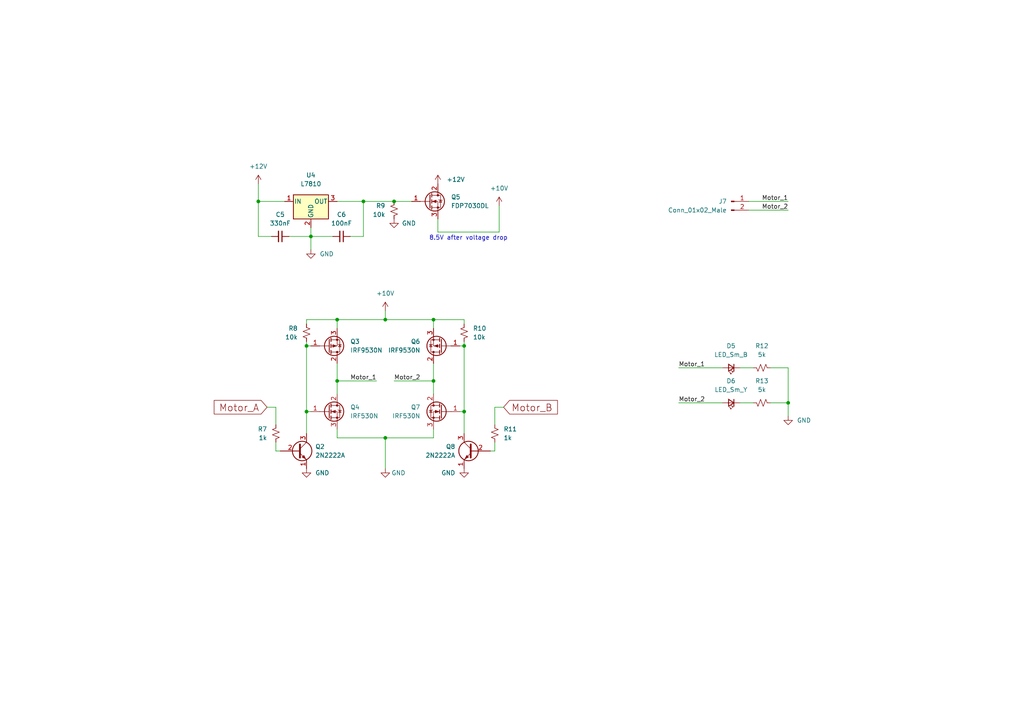
<source format=kicad_sch>
(kicad_sch (version 20211123) (generator eeschema)
  (paper "A4")
  (lib_symbols
    (symbol "Connector:Conn_01x02_Male" (pin_names (offset 1.016) hide)
      (property "Reference" "J" (at 0 2.54 0))
      (property "Value" "Conn_01x02_Male" (at 0 -5.08 0))
      (symbol "Conn_01x02_Male_1_1"
        (polyline (pts (xy 1.27 -2.54) (xy 0.8636 -2.54)) (stroke (width 0.1524)))
        (polyline (pts (xy 1.27 0) (xy 0.8636 0)) (stroke (width 0.1524)))
        (rectangle (start 0.8636 -2.413) (end 0 -2.667) (stroke (width 0.1524)) (fill (type outline)))
        (rectangle (start 0.8636 0.127) (end 0 -0.127) (stroke (width 0.1524)) (fill (type outline)))
        (pin passive line (at 5.08 0 180) (length 3.81) (name "Pin_1") (number "1"))
        (pin passive line (at 5.08 -2.54 180) (length 3.81) (name "Pin_2") (number "2"))
      )
    )
    (symbol "Device:C_Small" (pin_numbers hide) (pin_names (offset 0.254) hide)
      (property "Reference" "C" (at 0.254 1.778 0))
      (property "Value" "C_Small" (at 0.254 -2.032 0))
      (symbol "C_Small_0_1"
        (polyline (pts (xy -1.524 -0.508) (xy 1.524 -0.508)) (stroke (width 0.3302)))
        (polyline (pts (xy -1.524 0.508) (xy 1.524 0.508)) (stroke (width 0.3048)))
      )
      (symbol "C_Small_1_1"
        (pin passive line (at 0 2.54 270) (length 2.032) (name "~") (number "1"))
        (pin passive line (at 0 -2.54 90) (length 2.032) (name "~") (number "2"))
      )
    )
    (symbol "Device:LED_Small" (pin_numbers hide) (pin_names (offset 0.254) hide)
      (property "Reference" "D" (at -1.27 3.175 0))
      (property "Value" "LED_Small" (at -4.445 -2.54 0))
      (symbol "LED_Small_0_1"
        (polyline (pts (xy -0.762 -1.016) (xy -0.762 1.016)) (stroke (width 0.254)))
        (polyline (pts (xy 1.016 0) (xy -0.762 0)))
        (polyline (pts (xy 0.762 -1.016) (xy -0.762 0) (xy 0.762 1.016) (xy 0.762 -1.016)) (stroke (width 0.254)))
        (polyline (pts (xy 0 0.762) (xy -0.508 1.27) (xy -0.254 1.27) (xy -0.508 1.27) (xy -0.508 1.016)))
        (polyline (pts (xy 0.508 1.27) (xy 0 1.778) (xy 0.254 1.778) (xy 0 1.778) (xy 0 1.524)))
      )
      (symbol "LED_Small_1_1"
        (pin passive line (at -2.54 0 0) (length 1.778) (name "K") (number "1"))
        (pin passive line (at 2.54 0 180) (length 1.778) (name "A") (number "2"))
      )
    )
    (symbol "Device:R_Small_US" (pin_numbers hide) (pin_names (offset 0.254) hide)
      (property "Reference" "R" (at 0.762 0.508 0))
      (property "Value" "R_Small_US" (at 0.762 -1.016 0))
      (symbol "R_Small_US_1_1"
        (polyline (pts (xy 0 0) (xy 1.016 -0.381) (xy 0 -0.762) (xy -1.016 -1.143) (xy 0 -1.524)))
        (polyline (pts (xy 0 1.524) (xy 1.016 1.143) (xy 0 0.762) (xy -1.016 0.381) (xy 0 0)))
        (pin passive line (at 0 2.54 270) (length 1.016) (name "~") (number "1"))
        (pin passive line (at 0 -2.54 90) (length 1.016) (name "~") (number "2"))
      )
    )
    (symbol "Nick:2N2222A" (pin_names (offset 0) hide)
      (property "Reference" "Q" (at 5.08 1.905 0))
      (property "Value" "2N2222A" (at 5.08 0 0))
      (symbol "2N2222A_0_1"
        (polyline (pts (xy 0.635 0.635) (xy 2.54 2.54)))
        (polyline (pts (xy 0.635 -0.635) (xy 2.54 -2.54) (xy 2.54 -2.54)))
        (polyline (pts (xy 0.635 1.905) (xy 0.635 -1.905) (xy 0.635 -1.905)) (stroke (width 0.508)))
        (polyline (pts (xy 1.27 -1.778) (xy 1.778 -1.27) (xy 2.286 -2.286) (xy 1.27 -1.778) (xy 1.27 -1.778)) (fill (type outline)))
        (circle (center 1.27 0) (radius 2.8194) (stroke (width 0.254)))
      )
      (symbol "2N2222A_1_1"
        (pin passive line (at 2.54 -5.08 90) (length 2.54) (name "E") (number "1"))
        (pin passive line (at -5.08 0 0) (length 5.715) (name "B") (number "2"))
        (pin passive line (at 2.54 5.08 270) (length 2.54) (name "C") (number "3"))
      )
    )
    (symbol "Regulator_Linear:L7809" (pin_names (offset 0.254))
      (property "Reference" "U" (at -3.81 3.175 0))
      (property "Value" "L7809" (at 0 3.175 0))
      (symbol "L7809_0_1"
        (rectangle (start -5.08 1.905) (end 5.08 -5.08) (stroke (width 0.254)) (fill (type background)))
      )
      (symbol "L7809_1_1"
        (pin power_in line (at -7.62 0 0) (length 2.54) (name "IN") (number "1"))
        (pin power_in line (at 0 -7.62 90) (length 2.54) (name "GND") (number "2"))
        (pin power_out line (at 7.62 0 180) (length 2.54) (name "OUT") (number "3"))
      )
    )
    (symbol "Transistor_FET:IRF540N" (pin_names hide)
      (property "Reference" "Q" (at 6.35 1.905 0))
      (property "Value" "IRF540N" (at 6.35 0 0))
      (symbol "IRF540N_0_1"
        (polyline (pts (xy 0.254 0) (xy -2.54 0)))
        (polyline (pts (xy 0.254 1.905) (xy 0.254 -1.905)) (stroke (width 0.254)))
        (polyline (pts (xy 0.762 -1.27) (xy 0.762 -2.286)) (stroke (width 0.254)))
        (polyline (pts (xy 0.762 0.508) (xy 0.762 -0.508)) (stroke (width 0.254)))
        (polyline (pts (xy 0.762 2.286) (xy 0.762 1.27)) (stroke (width 0.254)))
        (polyline (pts (xy 2.54 2.54) (xy 2.54 1.778)))
        (polyline (pts (xy 2.54 -2.54) (xy 2.54 0) (xy 0.762 0)))
        (polyline (pts (xy 0.762 -1.778) (xy 3.302 -1.778) (xy 3.302 1.778) (xy 0.762 1.778)))
        (polyline (pts (xy 1.016 0) (xy 2.032 0.381) (xy 2.032 -0.381) (xy 1.016 0)) (fill (type outline)))
        (polyline (pts (xy 2.794 0.508) (xy 2.921 0.381) (xy 3.683 0.381) (xy 3.81 0.254)))
        (polyline (pts (xy 3.302 0.381) (xy 2.921 -0.254) (xy 3.683 -0.254) (xy 3.302 0.381)))
        (circle (center 1.651 0) (radius 2.794) (stroke (width 0.254)))
        (circle (center 2.54 -1.778) (radius 0.254) (fill (type outline)))
        (circle (center 2.54 1.778) (radius 0.254) (fill (type outline)))
      )
      (symbol "IRF540N_1_1"
        (pin input line (at -5.08 0 0) (length 2.54) (name "G") (number "1"))
        (pin passive line (at 2.54 5.08 270) (length 2.54) (name "D") (number "2"))
        (pin passive line (at 2.54 -5.08 90) (length 2.54) (name "S") (number "3"))
      )
    )
    (symbol "Transistor_FET:IRF9540N" (pin_names hide)
      (property "Reference" "Q" (at 5.08 1.905 0))
      (property "Value" "IRF9540N" (at 5.08 0 0))
      (symbol "IRF9540N_0_1"
        (polyline (pts (xy 0.254 0) (xy -2.54 0)))
        (polyline (pts (xy 0.254 1.905) (xy 0.254 -1.905)) (stroke (width 0.254)))
        (polyline (pts (xy 0.762 -1.27) (xy 0.762 -2.286)) (stroke (width 0.254)))
        (polyline (pts (xy 0.762 0.508) (xy 0.762 -0.508)) (stroke (width 0.254)))
        (polyline (pts (xy 0.762 2.286) (xy 0.762 1.27)) (stroke (width 0.254)))
        (polyline (pts (xy 2.54 2.54) (xy 2.54 1.778)))
        (polyline (pts (xy 2.54 -2.54) (xy 2.54 0) (xy 0.762 0)))
        (polyline (pts (xy 0.762 1.778) (xy 3.302 1.778) (xy 3.302 -1.778) (xy 0.762 -1.778)))
        (polyline (pts (xy 2.286 0) (xy 1.27 0.381) (xy 1.27 -0.381) (xy 2.286 0)) (fill (type outline)))
        (polyline (pts (xy 2.794 -0.508) (xy 2.921 -0.381) (xy 3.683 -0.381) (xy 3.81 -0.254)))
        (polyline (pts (xy 3.302 -0.381) (xy 2.921 0.254) (xy 3.683 0.254) (xy 3.302 -0.381)))
        (circle (center 1.651 0) (radius 2.794) (stroke (width 0.254)))
        (circle (center 2.54 -1.778) (radius 0.254) (fill (type outline)))
        (circle (center 2.54 1.778) (radius 0.254) (fill (type outline)))
      )
      (symbol "IRF9540N_1_1"
        (pin input line (at -5.08 0 0) (length 2.54) (name "G") (number "1"))
        (pin passive line (at 2.54 5.08 270) (length 2.54) (name "D") (number "2"))
        (pin passive line (at 2.54 -5.08 90) (length 2.54) (name "S") (number "3"))
      )
    )
    (symbol "power:+10V" (power) (pin_names (offset 0))
      (property "Value" "+10V" (at 0 3.556 0))
      (symbol "+10V_0_1"
        (polyline (pts (xy -0.762 1.27) (xy 0 2.54)))
        (polyline (pts (xy 0 0) (xy 0 2.54)))
        (polyline (pts (xy 0 2.54) (xy 0.762 1.27)))
      )
      (symbol "+10V_1_1"
        (pin power_in line (at 0 0 90) (length 0) hide (name "+10V") (number "1"))
      )
    )
    (symbol "power:+12V" (power) (pin_names (offset 0))
      (property "Value" "+12V" (at 0 3.556 0))
      (symbol "+12V_0_1"
        (polyline (pts (xy -0.762 1.27) (xy 0 2.54)))
        (polyline (pts (xy 0 0) (xy 0 2.54)))
        (polyline (pts (xy 0 2.54) (xy 0.762 1.27)))
      )
      (symbol "+12V_1_1"
        (pin power_in line (at 0 0 90) (length 0) hide (name "+12V") (number "1"))
      )
    )
    (symbol "power:GND" (power) (pin_names (offset 0))
      (property "Value" "GND" (at 0 -3.81 0))
      (symbol "GND_0_1"
        (polyline (pts (xy 0 0) (xy 0 -1.27) (xy 1.27 -1.27) (xy 0 -2.54) (xy -1.27 -1.27) (xy 0 -1.27)))
      )
      (symbol "GND_1_1"
        (pin power_in line (at 0 0 270) (length 0) hide (name "GND") (number "1"))
      )
    )
  )
  (junction (at 88.9 119.38))
  (junction (at 97.79 110.49))
  (junction (at 74.93 58.42))
  (junction (at 105.41 58.42))
  (junction (at 134.62 100.33))
  (junction (at 228.6 116.84))
  (junction (at 111.76 127))
  (junction (at 134.62 119.38))
  (junction (at 114.3 58.42))
  (junction (at 88.9 100.33))
  (junction (at 111.76 92.71))
  (junction (at 125.73 92.71))
  (junction (at 97.79 92.71))
  (junction (at 90.17 68.58))
  (junction (at 125.73 110.49))
  (wire (pts (xy 74.93 53.34) (xy 74.93 58.42)))
  (wire (pts (xy 97.79 110.49) (xy 109.22 110.49)))
  (wire (pts (xy 90.17 68.58) (xy 96.52 68.58)))
  (wire (pts (xy 228.6 106.68) (xy 228.6 116.84)))
  (wire (pts (xy 83.82 68.58) (xy 90.17 68.58)))
  (wire (pts (xy 74.93 68.58) (xy 74.93 58.42)))
  (wire (pts (xy 125.73 124.46) (xy 125.73 127)))
  (wire (pts (xy 90.17 66.04) (xy 90.17 68.58)))
  (wire (pts (xy 97.79 127) (xy 111.76 127)))
  (wire (pts (xy 114.3 58.42) (xy 119.38 58.42)))
  (wire (pts (xy 144.78 67.31) (xy 144.78 59.69)))
  (wire (pts (xy 214.63 106.68) (xy 218.44 106.68)))
  (wire (pts (xy 80.01 118.11) (xy 77.47 118.11)))
  (wire (pts (xy 80.01 128.27) (xy 80.01 130.81)))
  (wire (pts (xy 134.62 92.71) (xy 134.62 93.98)))
  (wire (pts (xy 88.9 100.33) (xy 88.9 119.38)))
  (wire (pts (xy 105.41 68.58) (xy 105.41 58.42)))
  (wire (pts (xy 134.62 100.33) (xy 133.35 100.33)))
  (wire (pts (xy 111.76 127) (xy 111.76 135.89)))
  (wire (pts (xy 217.17 60.96) (xy 228.6 60.96)))
  (wire (pts (xy 78.74 68.58) (xy 74.93 68.58)))
  (wire (pts (xy 105.41 58.42) (xy 114.3 58.42)))
  (wire (pts (xy 143.51 118.11) (xy 146.05 118.11)))
  (wire (pts (xy 125.73 110.49) (xy 114.3 110.49)))
  (wire (pts (xy 143.51 123.19) (xy 143.51 118.11)))
  (wire (pts (xy 143.51 128.27) (xy 143.51 130.81)))
  (wire (pts (xy 97.79 105.41) (xy 97.79 110.49)))
  (wire (pts (xy 88.9 92.71) (xy 88.9 93.98)))
  (wire (pts (xy 196.85 106.68) (xy 209.55 106.68)))
  (wire (pts (xy 214.63 116.84) (xy 218.44 116.84)))
  (wire (pts (xy 97.79 95.25) (xy 97.79 92.71)))
  (wire (pts (xy 80.01 123.19) (xy 80.01 118.11)))
  (wire (pts (xy 125.73 110.49) (xy 125.73 114.3)))
  (wire (pts (xy 97.79 127) (xy 97.79 124.46)))
  (wire (pts (xy 134.62 119.38) (xy 134.62 125.73)))
  (wire (pts (xy 80.01 130.81) (xy 81.28 130.81)))
  (wire (pts (xy 143.51 130.81) (xy 142.24 130.81)))
  (wire (pts (xy 134.62 92.71) (xy 125.73 92.71)))
  (wire (pts (xy 125.73 105.41) (xy 125.73 110.49)))
  (wire (pts (xy 88.9 100.33) (xy 90.17 100.33)))
  (wire (pts (xy 134.62 100.33) (xy 134.62 119.38)))
  (wire (pts (xy 97.79 110.49) (xy 97.79 114.3)))
  (wire (pts (xy 127 67.31) (xy 144.78 67.31)))
  (wire (pts (xy 88.9 92.71) (xy 97.79 92.71)))
  (wire (pts (xy 101.6 68.58) (xy 105.41 68.58)))
  (wire (pts (xy 74.93 58.42) (xy 82.55 58.42)))
  (wire (pts (xy 134.62 119.38) (xy 133.35 119.38)))
  (wire (pts (xy 111.76 127) (xy 125.73 127)))
  (wire (pts (xy 90.17 68.58) (xy 90.17 72.39)))
  (wire (pts (xy 196.85 116.84) (xy 209.55 116.84)))
  (wire (pts (xy 105.41 58.42) (xy 97.79 58.42)))
  (wire (pts (xy 127 67.31) (xy 127 63.5)))
  (wire (pts (xy 88.9 119.38) (xy 90.17 119.38)))
  (wire (pts (xy 88.9 99.06) (xy 88.9 100.33)))
  (wire (pts (xy 125.73 92.71) (xy 125.73 95.25)))
  (wire (pts (xy 111.76 90.17) (xy 111.76 92.71)))
  (wire (pts (xy 217.17 58.42) (xy 228.6 58.42)))
  (wire (pts (xy 223.52 106.68) (xy 228.6 106.68)))
  (wire (pts (xy 223.52 116.84) (xy 228.6 116.84)))
  (wire (pts (xy 134.62 99.06) (xy 134.62 100.33)))
  (wire (pts (xy 97.79 92.71) (xy 111.76 92.71)))
  (wire (pts (xy 228.6 116.84) (xy 228.6 120.65)))
  (wire (pts (xy 88.9 119.38) (xy 88.9 125.73)))
  (wire (pts (xy 111.76 92.71) (xy 125.73 92.71)))
  (text "8.5V after voltage drop" (at 124.46 69.85 0) (effects (font (size 1.27 1.27)) (justify left bottom)))
  (label "Motor_1" (at 196.85 106.68 0))
  (label "Motor_1" (at 109.22 110.49 180))
  (label "Motor_2" (at 114.3 110.49 0))
  (label "Motor_2" (at 228.6 60.96 180))
  (label "Motor_2" (at 196.85 116.84 0))
  (label "Motor_1" (at 228.6 58.42 180))
  (global_label "Motor_B" (shape input) (at 146.05 118.11 0) (effects (font (size 2 2))) (property "Intersheet References" "${INTERSHEET_REFS}" (effects hide)))
  (global_label "Motor_A" (shape input) (at 77.47 118.11 180) (effects (font (size 2 2))) (property "Intersheet References" "${INTERSHEET_REFS}" (effects hide)))
  (symbol (lib_id "power:+12V") (at 127 53.34 0) (unit 1)
    (property "Reference" "#PWR026" (effects hide))
    (property "Value" "+12V" (at 129.54 52.0699 0) (effects (justify left)))
  )
  (symbol (lib_id "Nick:2N2222A") (at 137.16 130.81 0) (mirror y) (unit 1)
    (property "Reference" "Q8" (at 132.08 129.5399 0) (effects (justify left)))
    (property "Value" "2N2222A" (at 132.08 132.0799 0) (effects (justify left)))
    (property "Footprint" "Package_TO_SOT_THT:TO-92_Inline" (effects hide))
    (property "Datasheet" "https://www.onsemi.com/pub/Collateral/2N3903-D.PDF" (effects hide))
  )
  (symbol (lib_id "Device:R_Small_US") (at 80.01 125.73 0) (mirror x) (unit 1)
    (property "Reference" "R7" (at 77.47 124.4599 0) (effects (justify right)))
    (property "Value" "1k" (at 77.47 126.9999 0) (effects (justify right)))
    (property "Footprint" "Resistor_THT:R_Axial_DIN0204_L3.6mm_D1.6mm_P7.62mm_Horizontal" (effects hide))
  )
  (symbol (lib_id "power:GND") (at 228.6 120.65 0) (unit 1)
    (property "Reference" "#PWR029" (effects hide))
    (property "Value" "GND" (at 231.14 121.9199 0) (effects (justify left)))
  )
  (symbol (lib_id "Transistor_FET:IRF9540N") (at 95.25 100.33 0) (mirror x) (unit 1)
    (property "Reference" "Q3" (at 101.6 99.0599 0) (effects (justify left)))
    (property "Value" "IRF9530N" (at 101.6 101.5999 0) (effects (justify left)))
    (property "Footprint" "Package_TO_SOT_THT:TO-220-3_Horizontal_TabDown" (effects hide))
    (property "Datasheet" "https://www.infineon.com/dgdl/irf9530npbf.pdf?fileId=5546d462533600a401535611b9931dc1" (effects hide))
  )
  (symbol (lib_id "Device:C_Small") (at 99.06 68.58 270) (unit 1)
    (property "Reference" "C6" (at 99.0536 62.23 90))
    (property "Value" "100nF" (at 99.0536 64.77 90))
    (property "Footprint" "Capacitor_THT:C_Disc_D4.7mm_W2.5mm_P5.00mm" (effects hide))
  )
  (symbol (lib_id "power:GND") (at 90.17 72.39 0) (unit 1)
    (property "Reference" "#PWR022" (effects hide))
    (property "Value" "GND" (at 92.71 73.6599 0) (effects (justify left)))
  )
  (symbol (lib_id "power:+12V") (at 74.93 53.34 0) (unit 1)
    (property "Reference" "#PWR020" (effects hide))
    (property "Value" "+12V" (at 74.93 48.26 0))
  )
  (symbol (lib_id "power:+10V") (at 111.76 90.17 0) (unit 1)
    (property "Reference" "#PWR023" (effects hide))
    (property "Value" "+10V" (at 111.76 85.09 0))
  )
  (symbol (lib_id "Regulator_Linear:L7809") (at 90.17 58.42 0) (unit 1)
    (property "Reference" "U4" (at 90.17 50.8 0))
    (property "Value" "L7810" (at 90.17 53.34 0))
    (property "Footprint" "Nick:TO-92L_Inline_Regulator" (effects hide))
    (property "Datasheet" "http://www.st.com/content/ccc/resource/technical/document/datasheet/41/4f/b3/b0/12/d4/47/88/CD00000444.pdf/files/CD00000444.pdf/jcr:content/translations/en.CD00000444.pdf" (effects hide))
  )
  (symbol (lib_id "Transistor_FET:IRF540N") (at 124.46 58.42 0) (unit 1)
    (property "Reference" "Q5" (at 130.81 57.1499 0) (effects (justify left)))
    (property "Value" "FDP7030DL" (at 130.81 59.6899 0) (effects (justify left)))
    (property "Footprint" "Package_TO_SOT_THT:TO-220-3_Horizontal_TabDown" (effects hide))
    (property "Datasheet" "www.farnell.com/datasheets/245431.pdf" (effects hide))
  )
  (symbol (lib_id "Transistor_FET:IRF9540N") (at 128.27 100.33 180) (unit 1)
    (property "Reference" "Q6" (at 121.92 99.0599 0) (effects (justify left)))
    (property "Value" "IRF9530N" (at 121.92 101.5999 0) (effects (justify left)))
    (property "Footprint" "Package_TO_SOT_THT:TO-220-3_Horizontal_TabDown" (effects hide))
    (property "Datasheet" "https://www.infineon.com/dgdl/irf9530npbf.pdf?fileId=5546d462533600a401535611b9931dc1" (effects hide))
  )
  (symbol (lib_id "Nick:2N2222A") (at 86.36 130.81 0) (unit 1)
    (property "Reference" "Q2" (at 91.44 129.5399 0) (effects (justify left)))
    (property "Value" "2N2222A" (at 91.44 132.0799 0) (effects (justify left)))
    (property "Footprint" "Package_TO_SOT_THT:TO-92_Inline" (effects hide))
    (property "Datasheet" "https://www.onsemi.com/pub/Collateral/2N3903-D.PDF" (effects hide))
  )
  (symbol (lib_id "Transistor_FET:IRF540N") (at 95.25 119.38 0) (unit 1)
    (property "Reference" "Q4" (at 101.6 118.1099 0) (effects (justify left)))
    (property "Value" "IRF530N" (at 101.6 120.6499 0) (effects (justify left)))
    (property "Footprint" "Package_TO_SOT_THT:TO-220-3_Horizontal_TabDown" (effects hide))
    (property "Datasheet" "https://www.infineon.com/dgdl/irf530npbf.pdf?fileId=5546d462533600a4015355e386b1199a" (effects hide))
  )
  (symbol (lib_id "power:+10V") (at 144.78 59.69 0) (unit 1)
    (property "Reference" "#PWR028" (effects hide))
    (property "Value" "+10V" (at 144.78 54.61 0))
  )
  (symbol (lib_id "Connector:Conn_01x02_Male") (at 212.09 58.42 0) (unit 1)
    (property "Reference" "J7" (at 210.82 58.4199 0) (effects (justify right)))
    (property "Value" "Conn_01x02_Male" (at 210.82 60.9599 0) (effects (justify right)))
    (property "Footprint" "Connector_Molex:Molex_KK-396_A-41791-0002_1x02_P3.96mm_Vertical" (effects hide))
  )
  (symbol (lib_id "Device:R_Small_US") (at 143.51 125.73 180) (unit 1)
    (property "Reference" "R11" (at 146.05 124.4599 0) (effects (justify right)))
    (property "Value" "1k" (at 146.05 126.9999 0) (effects (justify right)))
    (property "Footprint" "Resistor_THT:R_Axial_DIN0204_L3.6mm_D1.6mm_P7.62mm_Horizontal" (effects hide))
  )
  (symbol (lib_id "Device:LED_Small") (at 212.09 106.68 180) (unit 1)
    (property "Reference" "D5" (at 212.0265 100.33 0))
    (property "Value" "LED_Sm_B" (at 212.0265 102.87 0))
    (property "Footprint" "LED_THT:LED_D3.0mm" (effects hide))
  )
  (symbol (lib_id "Device:R_Small_US") (at 88.9 96.52 180) (unit 1)
    (property "Reference" "R8" (at 86.36 95.2499 0) (effects (justify left)))
    (property "Value" "10k" (at 86.36 97.7899 0) (effects (justify left)))
    (property "Footprint" "Resistor_THT:R_Axial_DIN0204_L3.6mm_D1.6mm_P7.62mm_Horizontal" (effects hide))
  )
  (symbol (lib_id "Device:R_Small_US") (at 134.62 96.52 0) (mirror x) (unit 1)
    (property "Reference" "R10" (at 137.16 95.2499 0) (effects (justify left)))
    (property "Value" "10k" (at 137.16 97.7899 0) (effects (justify left)))
    (property "Footprint" "Resistor_THT:R_Axial_DIN0204_L3.6mm_D1.6mm_P7.62mm_Horizontal" (effects hide))
  )
  (symbol (lib_id "Device:R_Small_US") (at 114.3 60.96 0) (mirror x) (unit 1)
    (property "Reference" "R9" (at 111.76 59.6899 0) (effects (justify right)))
    (property "Value" "10k" (at 111.76 62.2299 0) (effects (justify right)))
    (property "Footprint" "Resistor_THT:R_Axial_DIN0204_L3.6mm_D1.6mm_P7.62mm_Horizontal" (effects hide))
  )
  (symbol (lib_id "Device:LED_Small") (at 212.09 116.84 180) (unit 1)
    (property "Reference" "D6" (at 212.0265 110.49 0))
    (property "Value" "LED_Sm_Y" (at 212.0265 113.03 0))
    (property "Footprint" "LED_THT:LED_D3.0mm" (effects hide))
  )
  (symbol (lib_id "Device:R_Small_US") (at 220.98 116.84 270) (mirror x) (unit 1)
    (property "Reference" "R13" (at 220.98 110.49 90))
    (property "Value" "5k" (at 220.98 113.03 90))
    (property "Footprint" "Resistor_THT:R_Axial_DIN0204_L3.6mm_D1.6mm_P7.62mm_Horizontal" (effects hide))
  )
  (symbol (lib_id "Device:R_Small_US") (at 220.98 106.68 270) (mirror x) (unit 1)
    (property "Reference" "R12" (at 220.98 100.33 90))
    (property "Value" "5k" (at 220.98 102.87 90))
    (property "Footprint" "Resistor_THT:R_Axial_DIN0204_L3.6mm_D1.6mm_P7.62mm_Horizontal" (effects hide))
  )
  (symbol (lib_id "Transistor_FET:IRF540N") (at 128.27 119.38 0) (mirror y) (unit 1)
    (property "Reference" "Q7" (at 121.92 118.1099 0) (effects (justify left)))
    (property "Value" "IRF530N" (at 121.92 120.6499 0) (effects (justify left)))
    (property "Footprint" "Package_TO_SOT_THT:TO-220-3_Horizontal_TabDown" (effects hide))
    (property "Datasheet" "https://www.infineon.com/dgdl/irf530npbf.pdf?fileId=5546d462533600a4015355e386b1199a" (effects hide))
  )
  (symbol (lib_id "power:GND") (at 114.3 63.5 0) (mirror y) (unit 1)
    (property "Reference" "#PWR025" (effects hide))
    (property "Value" "GND" (at 120.65 64.77 0) (effects (justify left)))
  )
  (symbol (lib_id "power:GND") (at 111.76 135.89 0) (unit 1)
    (property "Reference" "#PWR024" (effects hide))
    (property "Value" "GND" (at 115.57 137.16 0))
  )
  (symbol (lib_id "power:GND") (at 88.9 135.89 0) (unit 1)
    (property "Reference" "#PWR021" (effects hide))
    (property "Value" "GND" (at 91.44 137.1599 0) (effects (justify left)))
  )
  (symbol (lib_id "Device:C_Small") (at 81.28 68.58 270) (unit 1)
    (property "Reference" "C5" (at 81.2736 62.23 90))
    (property "Value" "330nF" (at 81.2736 64.77 90))
    (property "Footprint" "Capacitor_THT:C_Disc_D4.7mm_W2.5mm_P5.00mm" (effects hide))
  )
  (symbol (lib_id "power:GND") (at 134.62 135.89 0) (mirror y) (unit 1)
    (property "Reference" "#PWR027" (effects hide))
    (property "Value" "GND" (at 132.08 137.1599 0) (effects (justify left)))
  )
)
</source>
